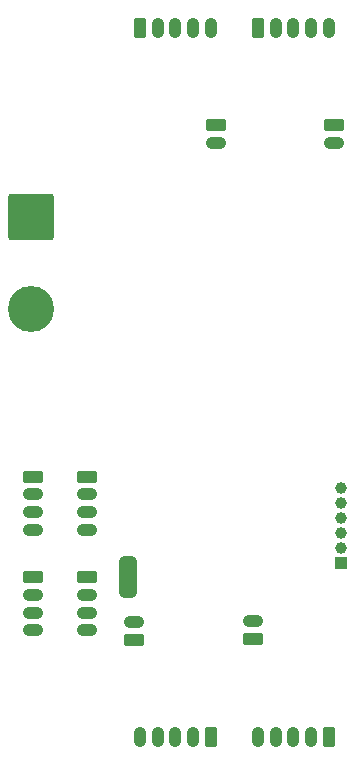
<source format=gbs>
G04 #@! TF.GenerationSoftware,KiCad,Pcbnew,9.0.2*
G04 #@! TF.CreationDate,2025-07-21T23:06:58-07:00*
G04 #@! TF.ProjectId,servo-drive,73657276-6f2d-4647-9269-76652e6b6963,rev?*
G04 #@! TF.SameCoordinates,Original*
G04 #@! TF.FileFunction,Soldermask,Bot*
G04 #@! TF.FilePolarity,Negative*
%FSLAX46Y46*%
G04 Gerber Fmt 4.6, Leading zero omitted, Abs format (unit mm)*
G04 Created by KiCad (PCBNEW 9.0.2) date 2025-07-21 23:06:58*
%MOMM*%
%LPD*%
G01*
G04 APERTURE LIST*
G04 Aperture macros list*
%AMRoundRect*
0 Rectangle with rounded corners*
0 $1 Rounding radius*
0 $2 $3 $4 $5 $6 $7 $8 $9 X,Y pos of 4 corners*
0 Add a 4 corners polygon primitive as box body*
4,1,4,$2,$3,$4,$5,$6,$7,$8,$9,$2,$3,0*
0 Add four circle primitives for the rounded corners*
1,1,$1+$1,$2,$3*
1,1,$1+$1,$4,$5*
1,1,$1+$1,$6,$7*
1,1,$1+$1,$8,$9*
0 Add four rect primitives between the rounded corners*
20,1,$1+$1,$2,$3,$4,$5,0*
20,1,$1+$1,$4,$5,$6,$7,0*
20,1,$1+$1,$6,$7,$8,$9,0*
20,1,$1+$1,$8,$9,$2,$3,0*%
%AMFreePoly0*
4,1,23,0.550000,-0.750000,0.000000,-0.750000,0.000000,-0.745722,-0.065263,-0.745722,-0.191342,-0.711940,-0.304381,-0.646677,-0.396677,-0.554381,-0.461940,-0.441342,-0.495722,-0.315263,-0.495722,-0.250000,-0.500000,-0.250000,-0.500000,0.250000,-0.495722,0.250000,-0.495722,0.315263,-0.461940,0.441342,-0.396677,0.554381,-0.304381,0.646677,-0.191342,0.711940,-0.065263,0.745722,0.000000,0.745722,
0.000000,0.750000,0.550000,0.750000,0.550000,-0.750000,0.550000,-0.750000,$1*%
%AMFreePoly1*
4,1,23,0.000000,0.745722,0.065263,0.745722,0.191342,0.711940,0.304381,0.646677,0.396677,0.554381,0.461940,0.441342,0.495722,0.315263,0.495722,0.250000,0.500000,0.250000,0.500000,-0.250000,0.495722,-0.250000,0.495722,-0.315263,0.461940,-0.441342,0.396677,-0.554381,0.304381,-0.646677,0.191342,-0.711940,0.065263,-0.745722,0.000000,-0.745722,0.000000,-0.750000,-0.550000,-0.750000,
-0.550000,0.750000,0.000000,0.750000,0.000000,0.745722,0.000000,0.745722,$1*%
G04 Aperture macros list end*
%ADD10RoundRect,0.250000X-0.265000X-0.615000X0.265000X-0.615000X0.265000X0.615000X-0.265000X0.615000X0*%
%ADD11O,1.030000X1.730000*%
%ADD12RoundRect,0.250002X-1.699998X1.699998X-1.699998X-1.699998X1.699998X-1.699998X1.699998X1.699998X0*%
%ADD13C,3.900000*%
%ADD14RoundRect,0.250000X0.615000X-0.265000X0.615000X0.265000X-0.615000X0.265000X-0.615000X-0.265000X0*%
%ADD15O,1.730000X1.030000*%
%ADD16RoundRect,0.250000X-0.615000X0.265000X-0.615000X-0.265000X0.615000X-0.265000X0.615000X0.265000X0*%
%ADD17RoundRect,0.250000X0.265000X0.615000X-0.265000X0.615000X-0.265000X-0.615000X0.265000X-0.615000X0*%
%ADD18R,1.000000X1.000000*%
%ADD19C,1.000000*%
%ADD20FreePoly0,90.000000*%
%ADD21R,1.500000X1.000000*%
%ADD22FreePoly1,90.000000*%
G04 APERTURE END LIST*
G36*
X134250000Y-123750000D02*
G01*
X132750000Y-123750000D01*
X132750000Y-122250000D01*
X134250000Y-122250000D01*
X134250000Y-123750000D01*
G37*
D10*
X134500000Y-76500000D03*
D11*
X136000000Y-76500000D03*
X137500000Y-76500000D03*
X139000000Y-76500000D03*
X140500000Y-76500000D03*
D10*
X144500000Y-76500000D03*
D11*
X146000000Y-76500000D03*
X147500000Y-76500000D03*
X149000000Y-76500000D03*
X150500000Y-76500000D03*
D12*
X125330000Y-92475000D03*
D13*
X125330000Y-100275000D03*
D14*
X134000000Y-128300000D03*
D15*
X134000000Y-126800000D03*
D16*
X150950000Y-84750000D03*
D15*
X150950000Y-86250000D03*
D17*
X140500000Y-136500000D03*
D11*
X139000000Y-136500000D03*
X137500000Y-136500000D03*
X136000000Y-136500000D03*
X134500000Y-136500000D03*
D16*
X130000000Y-114500000D03*
D15*
X130000000Y-116000000D03*
X130000000Y-117500000D03*
X130000000Y-119000000D03*
D16*
X130000000Y-123000000D03*
D15*
X130000000Y-124500000D03*
X130000000Y-126000000D03*
X130000000Y-127500000D03*
D14*
X144050000Y-128250000D03*
D15*
X144050000Y-126750000D03*
D16*
X125500000Y-114500000D03*
D15*
X125500000Y-116000000D03*
X125500000Y-117500000D03*
X125500000Y-119000000D03*
D17*
X150500000Y-136500000D03*
D11*
X149000000Y-136500000D03*
X147500000Y-136500000D03*
X146000000Y-136500000D03*
X144500000Y-136500000D03*
D16*
X125500000Y-123000000D03*
D15*
X125500000Y-124500000D03*
X125500000Y-126000000D03*
X125500000Y-127500000D03*
D18*
X151500000Y-121810000D03*
D19*
X151500000Y-120540000D03*
X151500000Y-119270000D03*
X151500000Y-118000000D03*
X151500000Y-116730000D03*
X151500000Y-115460000D03*
D16*
X140950000Y-84750000D03*
D15*
X140950000Y-86250000D03*
D20*
X133500000Y-124300000D03*
D21*
X133500000Y-123000000D03*
D22*
X133500000Y-121700000D03*
M02*

</source>
